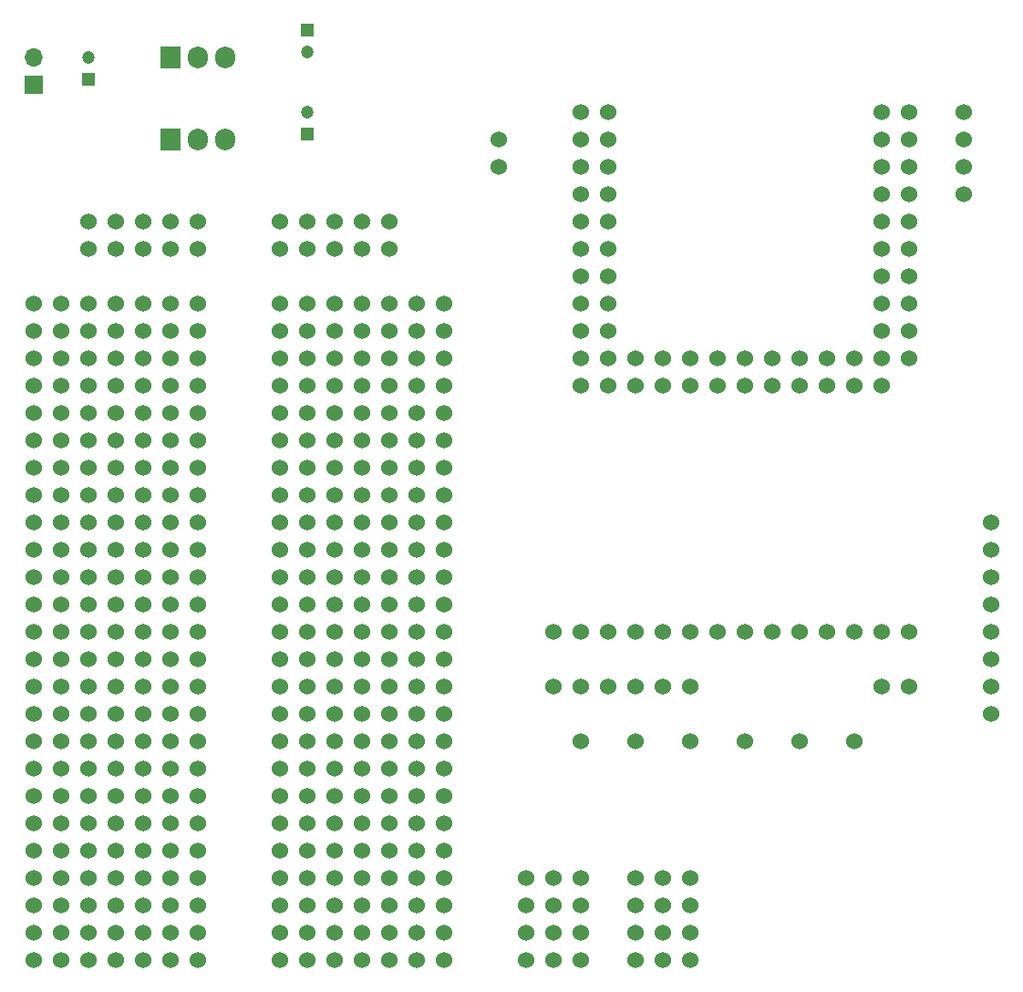
<source format=gbr>
%TF.GenerationSoftware,KiCad,Pcbnew,7.0.10*%
%TF.CreationDate,2024-01-16T02:40:29-05:00*%
%TF.ProjectId,esp32-wroom-adapter,65737033-322d-4777-926f-6f6d2d616461,v1.10*%
%TF.SameCoordinates,Original*%
%TF.FileFunction,Soldermask,Top*%
%TF.FilePolarity,Negative*%
%FSLAX46Y46*%
G04 Gerber Fmt 4.6, Leading zero omitted, Abs format (unit mm)*
G04 Created by KiCad (PCBNEW 7.0.10) date 2024-01-16 02:40:29*
%MOMM*%
%LPD*%
G01*
G04 APERTURE LIST*
%ADD10C,1.524000*%
%ADD11R,1.905000X2.000000*%
%ADD12O,1.905000X2.000000*%
%ADD13R,1.200000X1.200000*%
%ADD14C,1.200000*%
%ADD15R,1.700000X1.700000*%
%ADD16O,1.700000X1.700000*%
G04 APERTURE END LIST*
D10*
%TO.C,J2*%
X190500000Y-124460000D03*
X193040000Y-124460000D03*
X195580000Y-124460000D03*
X190500000Y-132080000D03*
X193040000Y-132080000D03*
X195580000Y-132080000D03*
X190500000Y-129540000D03*
X193040000Y-129540000D03*
X195580000Y-129540000D03*
X190500000Y-127000000D03*
X193040000Y-127000000D03*
X195580000Y-127000000D03*
%TD*%
%TO.C,BRD_25x1*%
X139700000Y-73660000D03*
X139700000Y-76200000D03*
X139700000Y-78740000D03*
X139700000Y-83820000D03*
X139700000Y-86360000D03*
X139700000Y-88900000D03*
X139700000Y-91440000D03*
X139700000Y-96520000D03*
X139700000Y-99060000D03*
X139700000Y-101600000D03*
X139700000Y-104140000D03*
X139700000Y-109220000D03*
X139700000Y-111760000D03*
X139700000Y-114300000D03*
X139700000Y-116840000D03*
X139700000Y-121920000D03*
X139700000Y-124460000D03*
X139700000Y-127000000D03*
X139700000Y-129540000D03*
X142240000Y-73660000D03*
X142240000Y-76200000D03*
X142240000Y-78740000D03*
X142240000Y-83820000D03*
X142240000Y-86360000D03*
X142240000Y-88900000D03*
X142240000Y-91440000D03*
X142240000Y-96520000D03*
X142240000Y-99060000D03*
X142240000Y-101600000D03*
X142240000Y-104140000D03*
X142240000Y-109220000D03*
X142240000Y-111760000D03*
X142240000Y-114300000D03*
X142240000Y-116840000D03*
X142240000Y-121920000D03*
X142240000Y-124460000D03*
X142240000Y-127000000D03*
X142240000Y-129540000D03*
X144780000Y-73660000D03*
X144780000Y-76200000D03*
X144780000Y-78740000D03*
X144780000Y-83820000D03*
X144780000Y-86360000D03*
X144780000Y-88900000D03*
X144780000Y-91440000D03*
X144780000Y-96520000D03*
X144780000Y-99060000D03*
X144780000Y-101600000D03*
X144780000Y-104140000D03*
X144780000Y-109220000D03*
X144780000Y-111760000D03*
X144780000Y-114300000D03*
X144780000Y-116840000D03*
X144780000Y-121920000D03*
X144780000Y-124460000D03*
X144780000Y-127000000D03*
X144780000Y-129540000D03*
X147320000Y-73660000D03*
X147320000Y-76200000D03*
X147320000Y-78740000D03*
X147320000Y-83820000D03*
X147320000Y-86360000D03*
X147320000Y-88900000D03*
X147320000Y-91440000D03*
X147320000Y-96520000D03*
X147320000Y-99060000D03*
X147320000Y-101600000D03*
X147320000Y-104140000D03*
X147320000Y-109220000D03*
X147320000Y-111760000D03*
X147320000Y-114300000D03*
X147320000Y-116840000D03*
X147320000Y-121920000D03*
X147320000Y-124460000D03*
X147320000Y-127000000D03*
X147320000Y-129540000D03*
X149860000Y-73660000D03*
X149860000Y-76200000D03*
X149860000Y-78740000D03*
X149860000Y-83820000D03*
X149860000Y-86360000D03*
X149860000Y-88900000D03*
X149860000Y-91440000D03*
X149860000Y-96520000D03*
X149860000Y-99060000D03*
X149860000Y-101600000D03*
X149860000Y-104140000D03*
X149860000Y-109220000D03*
X149860000Y-111760000D03*
X149860000Y-114300000D03*
X149860000Y-116840000D03*
X149860000Y-121920000D03*
X149860000Y-124460000D03*
X149860000Y-127000000D03*
X149860000Y-129540000D03*
X157480000Y-96520000D03*
X157480000Y-99060000D03*
X157480000Y-101600000D03*
X157480000Y-104140000D03*
X157480000Y-109220000D03*
X157480000Y-111760000D03*
X157480000Y-114300000D03*
X157480000Y-116840000D03*
X157480000Y-121920000D03*
X157480000Y-124460000D03*
X157480000Y-127000000D03*
X157480000Y-129540000D03*
X160020000Y-96520000D03*
X160020000Y-99060000D03*
X160020000Y-101600000D03*
X160020000Y-104140000D03*
X160020000Y-109220000D03*
X160020000Y-111760000D03*
X160020000Y-114300000D03*
X160020000Y-116840000D03*
X160020000Y-121920000D03*
X160020000Y-124460000D03*
X160020000Y-127000000D03*
X160020000Y-129540000D03*
X162560000Y-96520000D03*
X162560000Y-99060000D03*
X162560000Y-101600000D03*
X162560000Y-104140000D03*
X162560000Y-109220000D03*
X162560000Y-111760000D03*
X162560000Y-114300000D03*
X162560000Y-116840000D03*
X162560000Y-121920000D03*
X162560000Y-124460000D03*
X162560000Y-127000000D03*
X162560000Y-129540000D03*
X165100000Y-96520000D03*
X165100000Y-99060000D03*
X165100000Y-101600000D03*
X165100000Y-104140000D03*
X165100000Y-109220000D03*
X165100000Y-111760000D03*
X165100000Y-114300000D03*
X165100000Y-116840000D03*
X165100000Y-121920000D03*
X165100000Y-124460000D03*
X165100000Y-127000000D03*
X165100000Y-129540000D03*
X167640000Y-96520000D03*
X167640000Y-99060000D03*
X167640000Y-101600000D03*
X167640000Y-104140000D03*
X167640000Y-109220000D03*
X167640000Y-111760000D03*
X167640000Y-114300000D03*
X167640000Y-116840000D03*
X167640000Y-121920000D03*
X167640000Y-124460000D03*
X167640000Y-127000000D03*
X167640000Y-129540000D03*
X157480000Y-71120000D03*
X160020000Y-71120000D03*
X162560000Y-71120000D03*
X165100000Y-71120000D03*
X167640000Y-71120000D03*
X157480000Y-73660000D03*
X160020000Y-73660000D03*
X162560000Y-73660000D03*
X165100000Y-73660000D03*
X167640000Y-73660000D03*
X157480000Y-76200000D03*
X160020000Y-76200000D03*
X162560000Y-76200000D03*
X165100000Y-76200000D03*
X167640000Y-76200000D03*
X157480000Y-66040000D03*
X160020000Y-66040000D03*
X162560000Y-66040000D03*
X165100000Y-66040000D03*
X167640000Y-66040000D03*
X157480000Y-78740000D03*
X160020000Y-78740000D03*
X162560000Y-78740000D03*
X165100000Y-78740000D03*
X167640000Y-78740000D03*
X157480000Y-81280000D03*
X160020000Y-81280000D03*
X162560000Y-81280000D03*
X165100000Y-81280000D03*
X167640000Y-81280000D03*
X139700000Y-66040000D03*
X142240000Y-66040000D03*
X144780000Y-66040000D03*
X147320000Y-66040000D03*
X149860000Y-66040000D03*
X157480000Y-83820000D03*
X160020000Y-83820000D03*
X162560000Y-83820000D03*
X165100000Y-83820000D03*
X167640000Y-83820000D03*
X157480000Y-86360000D03*
X160020000Y-86360000D03*
X162560000Y-86360000D03*
X165100000Y-86360000D03*
X167640000Y-86360000D03*
X157480000Y-88900000D03*
X160020000Y-88900000D03*
X162560000Y-88900000D03*
X165100000Y-88900000D03*
X167640000Y-88900000D03*
X157480000Y-91440000D03*
X160020000Y-91440000D03*
X162560000Y-91440000D03*
X165100000Y-91440000D03*
X167640000Y-91440000D03*
X157480000Y-93980000D03*
X160020000Y-93980000D03*
X162560000Y-93980000D03*
X165100000Y-93980000D03*
X167640000Y-93980000D03*
X157480000Y-106680000D03*
X160020000Y-106680000D03*
X162560000Y-106680000D03*
X165100000Y-106680000D03*
X167640000Y-106680000D03*
X157480000Y-119380000D03*
X160020000Y-119380000D03*
X162560000Y-119380000D03*
X165100000Y-119380000D03*
X167640000Y-119380000D03*
X157480000Y-132080000D03*
X160020000Y-132080000D03*
X162560000Y-132080000D03*
X165100000Y-132080000D03*
X167640000Y-132080000D03*
X139700000Y-71120000D03*
X142240000Y-71120000D03*
X144780000Y-71120000D03*
X147320000Y-71120000D03*
X149860000Y-71120000D03*
X139700000Y-81280000D03*
X142240000Y-81280000D03*
X144780000Y-81280000D03*
X147320000Y-81280000D03*
X149860000Y-81280000D03*
X139700000Y-93980000D03*
X142240000Y-93980000D03*
X144780000Y-93980000D03*
X147320000Y-93980000D03*
X149860000Y-93980000D03*
X139700000Y-106680000D03*
X142240000Y-106680000D03*
X144780000Y-106680000D03*
X147320000Y-106680000D03*
X149860000Y-106680000D03*
X139700000Y-119380000D03*
X142240000Y-119380000D03*
X144780000Y-119380000D03*
X147320000Y-119380000D03*
X149860000Y-119380000D03*
X139700000Y-132080000D03*
X142240000Y-132080000D03*
X144780000Y-132080000D03*
X147320000Y-132080000D03*
X149860000Y-132080000D03*
X137160000Y-71120000D03*
X137160000Y-73660000D03*
X137160000Y-76200000D03*
X137160000Y-78740000D03*
X137160000Y-81280000D03*
X137160000Y-83820000D03*
X137160000Y-86360000D03*
X137160000Y-88900000D03*
X137160000Y-91440000D03*
X137160000Y-93980000D03*
X137160000Y-96520000D03*
X137160000Y-99060000D03*
X137160000Y-101600000D03*
X137160000Y-104140000D03*
X137160000Y-106680000D03*
X137160000Y-109220000D03*
X137160000Y-111760000D03*
X137160000Y-114300000D03*
X137160000Y-116840000D03*
X137160000Y-119380000D03*
X137160000Y-121920000D03*
X137160000Y-124460000D03*
X137160000Y-127000000D03*
X137160000Y-129540000D03*
X137160000Y-132080000D03*
X139700000Y-63500000D03*
X142240000Y-63500000D03*
X144780000Y-63500000D03*
X147320000Y-63500000D03*
X149860000Y-63500000D03*
X157480000Y-63500000D03*
X160020000Y-63500000D03*
X162560000Y-63500000D03*
X165100000Y-63500000D03*
X167640000Y-63500000D03*
X172720000Y-71120000D03*
X172720000Y-73660000D03*
X172720000Y-76200000D03*
X172720000Y-78740000D03*
X172720000Y-81280000D03*
X172720000Y-83820000D03*
X172720000Y-86360000D03*
X172720000Y-88900000D03*
X172720000Y-91440000D03*
X172720000Y-93980000D03*
X172720000Y-96520000D03*
X172720000Y-99060000D03*
X172720000Y-101600000D03*
X172720000Y-104140000D03*
X172720000Y-106680000D03*
X172720000Y-109220000D03*
X172720000Y-111760000D03*
X172720000Y-114300000D03*
X172720000Y-116840000D03*
X172720000Y-119380000D03*
X172720000Y-121920000D03*
X172720000Y-124460000D03*
X172720000Y-127000000D03*
X172720000Y-129540000D03*
X172720000Y-132080000D03*
X134620000Y-71120000D03*
X134620000Y-73660000D03*
X134620000Y-76200000D03*
X134620000Y-78740000D03*
X134620000Y-81280000D03*
X134620000Y-83820000D03*
X134620000Y-86360000D03*
X134620000Y-88900000D03*
X134620000Y-91440000D03*
X134620000Y-93980000D03*
X134620000Y-96520000D03*
X134620000Y-99060000D03*
X134620000Y-101600000D03*
X134620000Y-104140000D03*
X134620000Y-106680000D03*
X134620000Y-109220000D03*
X134620000Y-111760000D03*
X134620000Y-114300000D03*
X134620000Y-116840000D03*
X134620000Y-119380000D03*
X134620000Y-121920000D03*
X134620000Y-124460000D03*
X134620000Y-127000000D03*
X134620000Y-129540000D03*
X134620000Y-132080000D03*
X170180000Y-71120000D03*
X170180000Y-73660000D03*
X170180000Y-76200000D03*
X170180000Y-78740000D03*
X170180000Y-81280000D03*
X170180000Y-83820000D03*
X170180000Y-86360000D03*
X170180000Y-88900000D03*
X170180000Y-91440000D03*
X170180000Y-93980000D03*
X170180000Y-96520000D03*
X170180000Y-99060000D03*
X170180000Y-101600000D03*
X170180000Y-104140000D03*
X170180000Y-106680000D03*
X170180000Y-109220000D03*
X170180000Y-111760000D03*
X170180000Y-114300000D03*
X170180000Y-116840000D03*
X170180000Y-119380000D03*
X170180000Y-121920000D03*
X170180000Y-124460000D03*
X170180000Y-127000000D03*
X170180000Y-129540000D03*
X170180000Y-132080000D03*
%TD*%
D11*
%TO.C,U2*%
X147320000Y-55880000D03*
D12*
X149860000Y-55880000D03*
X152400000Y-55880000D03*
%TD*%
D10*
%TO.C,J3*%
X180340000Y-124460000D03*
X182880000Y-124460000D03*
X185420000Y-124460000D03*
X180340000Y-132080000D03*
X182880000Y-132080000D03*
X185420000Y-132080000D03*
X180340000Y-129540000D03*
X182880000Y-129540000D03*
X185420000Y-129540000D03*
X180340000Y-127000000D03*
X182880000Y-127000000D03*
X185420000Y-127000000D03*
%TD*%
%TO.C,J4*%
X223520000Y-109220000D03*
X223520000Y-99060000D03*
X223520000Y-101600000D03*
X223520000Y-104140000D03*
X223520000Y-96520000D03*
X223520000Y-93980000D03*
X223520000Y-106680000D03*
X223520000Y-91440000D03*
%TD*%
%TO.C,J6*%
X220980000Y-55880000D03*
X220980000Y-53340000D03*
X220980000Y-60960000D03*
X220980000Y-58420000D03*
%TD*%
D11*
%TO.C,U3*%
X147320000Y-48260000D03*
D12*
X149860000Y-48260000D03*
X152400000Y-48260000D03*
%TD*%
D13*
%TO.C,C3*%
X139700000Y-50260000D03*
D14*
X139700000Y-48260000D03*
%TD*%
D13*
%TO.C,C2*%
X160020000Y-55340000D03*
D14*
X160020000Y-53340000D03*
%TD*%
D10*
%TO.C,J5*%
X195580000Y-101600000D03*
X182880000Y-106680000D03*
X193040000Y-101600000D03*
X185420000Y-101600000D03*
X190500000Y-106680000D03*
X182880000Y-101600000D03*
X190500000Y-101600000D03*
X185420000Y-106680000D03*
X187960000Y-101600000D03*
X187960000Y-106680000D03*
X195580000Y-111760000D03*
X200660000Y-111760000D03*
X205740000Y-111760000D03*
X210820000Y-111760000D03*
X185420000Y-111760000D03*
X190500000Y-111760000D03*
X193040000Y-106680000D03*
X213360000Y-106680000D03*
X210820000Y-101600000D03*
X203200000Y-101600000D03*
X208280000Y-101600000D03*
X200660000Y-101600000D03*
X205740000Y-101600000D03*
X198120000Y-101600000D03*
X213360000Y-101600000D03*
X215900000Y-101600000D03*
X195580000Y-106680000D03*
X215900000Y-106680000D03*
%TD*%
D15*
%TO.C,J1*%
X134620000Y-50800000D03*
D16*
X134620000Y-48260000D03*
%TD*%
D13*
%TO.C,C1*%
X160020000Y-45720000D03*
D14*
X160020000Y-47720000D03*
%TD*%
D10*
%TO.C,J7*%
X177800000Y-55880000D03*
X177800000Y-58420000D03*
%TD*%
%TO.C,U1*%
X185420000Y-71120000D03*
X185420000Y-73660000D03*
X185420000Y-76200000D03*
X185420000Y-78740000D03*
X187960000Y-71120000D03*
X187960000Y-73660000D03*
X187960000Y-76200000D03*
X187960000Y-78740000D03*
X190500000Y-76200000D03*
X193040000Y-76200000D03*
X195580000Y-76200000D03*
X198120000Y-76200000D03*
X200660000Y-76200000D03*
X203200000Y-76200000D03*
X205740000Y-76200000D03*
X208280000Y-76200000D03*
X210820000Y-76200000D03*
X213360000Y-71120000D03*
X213360000Y-73660000D03*
X213360000Y-76200000D03*
X213360000Y-78740000D03*
X215900000Y-71120000D03*
X215900000Y-73660000D03*
X215900000Y-76200000D03*
X185420000Y-53340000D03*
X187960000Y-53340000D03*
X185420000Y-55880000D03*
X187960000Y-55880000D03*
X185420000Y-58420000D03*
X187960000Y-58420000D03*
X185420000Y-60960000D03*
X187960000Y-60960000D03*
X185420000Y-63500000D03*
X187960000Y-63500000D03*
X185420000Y-66040000D03*
X187960000Y-66040000D03*
X185420000Y-68580000D03*
X187960000Y-68580000D03*
X215900000Y-68580000D03*
X213360000Y-68580000D03*
X215900000Y-66040000D03*
X213360000Y-66040000D03*
X215900000Y-63500000D03*
X213360000Y-63500000D03*
X215900000Y-60960000D03*
X213360000Y-60960000D03*
X215900000Y-58420000D03*
X213360000Y-58420000D03*
X215900000Y-55880000D03*
X213360000Y-55880000D03*
X215900000Y-53340000D03*
X213360000Y-53340000D03*
X190500000Y-78740000D03*
X193040000Y-78740000D03*
X195580000Y-78740000D03*
X198120000Y-78740000D03*
X200660000Y-78740000D03*
X203200000Y-78740000D03*
X205740000Y-78740000D03*
X208280000Y-78740000D03*
X210820000Y-78740000D03*
%TD*%
M02*

</source>
